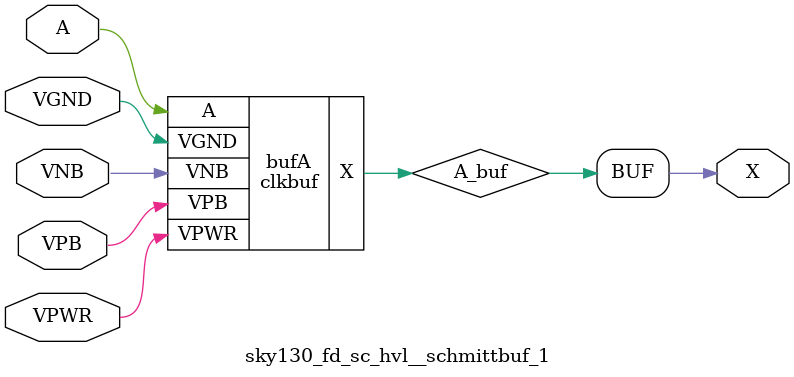
<source format=sv>

module sky130_ef_io__gpiov2_pad_wrapped (IN_H, PAD_A_NOESD_H,PAD_A_ESD_0_H,PAD_A_ESD_1_H,
                                 PAD, DM, HLD_H_N, IN, INP_DIS, IB_MODE_SEL, ENABLE_H, ENABLE_VDDA_H, ENABLE_INP_H, OE_N,
                                 TIE_HI_ESD, TIE_LO_ESD, SLOW, VTRIP_SEL, HLD_OVR, ANALOG_EN, ANALOG_SEL, ENABLE_VDDIO, ENABLE_VSWITCH_H,
                                 ANALOG_POL, OUT, AMUXBUS_A, AMUXBUS_B
                                 ,VSSA, VDDA, VSWITCH, VDDIO_Q, VCCHIB, VDDIO, VCCD, VSSIO,
                                 VSSD, VSSIO_Q
                                );
input OUT;
input OE_N;
input HLD_H_N;
input ENABLE_H;
input ENABLE_INP_H;
input ENABLE_VDDA_H;
input ENABLE_VSWITCH_H;
input ENABLE_VDDIO;
input INP_DIS;
input IB_MODE_SEL;
input VTRIP_SEL;
input SLOW;
input HLD_OVR;
input ANALOG_EN;
input ANALOG_SEL;
input ANALOG_POL;
input [2:0] DM;
inout VDDIO;
input VDDIO_Q;
inout VDDA;
inout VCCD;
inout VSWITCH;
inout VCCHIB;
inout VSSA;
inout VSSD;
input VSSIO_Q;
inout VSSIO;
inout PAD;
inout PAD_A_NOESD_H,PAD_A_ESD_0_H,PAD_A_ESD_1_H;
input AMUXBUS_A;
input AMUXBUS_B;
output IN;
output IN_H;
output TIE_HI_ESD, TIE_LO_ESD;

// V-erilator support only 2-state so it can't support pullup or pulldown as it Z and x doesn't exists
wire is_pullup = (DM == 3'b010) & ~INP_DIS & ~OE_N & `ifndef VERILATOR (PAD === 1'bz) `else 0 `endif;
wire is_pulldown = (DM == 3'b011) & ~INP_DIS & ~OE_N & `ifndef VERILATOR (PAD === 1'bz) `else 0 `endif;
wire is_pull_dm =  (DM == 3'b010) | (DM == 3'b011);

// Assign PAD value to IN when INP_DIS is not active
assign IN = (is_pullup) ? 1'b1 : (is_pulldown) ? 1'b0 : (~INP_DIS) ? PAD : 1'b0;
assign PAD = (~OE_N & ~is_pull_dm ) ? OUT : 1'bz;
endmodule




module sky130_fd_io__top_xres4v2 ( TIE_WEAK_HI_H,  XRES_H_N, TIE_HI_ESD, TIE_LO_ESD,
                                   AMUXBUS_A, AMUXBUS_B, PAD, PAD_A_ESD_H, ENABLE_H, EN_VDDIO_SIG_H, INP_SEL_H, FILT_IN_H,
                                   DISABLE_PULLUP_H, PULLUP_H, ENABLE_VDDIO
                                   ,VCCD, VCCHIB, VDDA, VDDIO,VDDIO_Q, VSSA, VSSD, VSSIO, VSSIO_Q, VSWITCH
                                 );
output XRES_H_N;
inout AMUXBUS_A;
inout AMUXBUS_B;
input PAD;
input DISABLE_PULLUP_H;
input ENABLE_H;
input EN_VDDIO_SIG_H;
input INP_SEL_H;
input FILT_IN_H;
inout PULLUP_H;
input ENABLE_VDDIO;
input VCCD;
input VCCHIB;
input VDDA;
input VDDIO;
input VDDIO_Q;
input VSSA;
input VSSD;
input VSSIO;
input VSSIO_Q;
input VSWITCH;
inout PAD_A_ESD_H;
output TIE_HI_ESD;
output TIE_LO_ESD;
inout TIE_WEAK_HI_H;
assign XRES_H_N = PAD;
endmodule

module clkbuf (
    X   ,
    A   ,
    VPWR,
    VGND,
    VPB ,
    VNB
);

    output X   ;
    input  A   ;
    input  VPWR;
    input  VGND;
    input  VPB ;
    input  VNB ;
    assign X = (VPWR & VPB & ~VGND & ~VNB) ? A: 1'bx;

endmodule

module sky130_fd_sc_hd__clkbuf_1 (
    X   ,
    A   ,
    VPWR,
    VGND,
    VPB ,
    VNB
);

    output X   ;
    input  A   ;
    input  VPWR;
    input  VGND;
    input  VPB ;
    input  VNB ;
    clkbuf buf0(X,A,VPWR,VGND,VPB,VNB);
endmodule

module sky130_fd_sc_hd__clkbuf_2 (
    X   ,
    A   ,
    VPWR,
    VGND,
    VPB ,
    VNB
);

    output X   ;
    input  A   ;
    input  VPWR;
    input  VGND;
    input  VPB ;
    input  VNB ;
    clkbuf buf0(X,A,VPWR,VGND,VPB,VNB);
endmodule

module sky130_fd_sc_hd__clkbuf_8 (
    X   ,
    A   ,
    VPWR,
    VGND,
    VPB ,
    VNB
);

    output X   ;
    input  A   ;
    input  VPWR;
    input  VGND;
    input  VPB ;
    input  VNB ;
    clkbuf buf0(X,A,VPWR,VGND,VPB,VNB);
endmodule

module sky130_fd_sc_hd__clkbuf_16 (
    X   ,
    A   ,
    VPWR,
    VGND,
    VPB ,
    VNB
);

    output X   ;
    input  A   ;
    input  VPWR;
    input  VGND;
    input  VPB ;
    input  VNB ;
    clkbuf buf0(X,A,VPWR,VGND,VPB,VNB);
endmodule

module sky130_fd_sc_hd__buf_8 (
    X   ,
    A   ,
    VPWR,
    VGND,
    VPB ,
    VNB
);

    output X   ;
    input  A   ;
    input  VPWR;
    input  VGND;
    input  VPB ;
    input  VNB ;
    clkbuf buf0(X,A,VPWR,VGND,VPB,VNB);
endmodule

module sky130_fd_sc_hd__buf_16 (
    X   ,
    A   ,
    VPWR,
    VGND,
    VPB ,
    VNB
);

    output X   ;
    input  A   ;
    input  VPWR;
    input  VGND;
    input  VPB ;
    input  VNB ;
    clkbuf buf0(X,A,VPWR,VGND,VPB,VNB);
endmodule
module sky130_fd_sc_hd__einvp_1 (
    Z   ,
    A   ,
    TE  ,
    VPWR,
    VGND,
    VPB ,
    VNB
);

    output Z   ;
    input  A   ;
    input  TE  ;
    input  VPWR;
    input  VGND;
    input  VPB ;
    input  VNB ;
    
    wire A_buf;
    wire TE_buf;
    clkbuf bufA(A_buf,A,VPWR,VGND,VPB,VNB);
    clkbuf bufTE(TE_buf,TE_buf,VPWR,VGND,VPB,VNB);

    assign Z = (TE_buf) ? ~A_buf : 1'bz;
endmodule

module sky130_fd_sc_hd__einvp_2 (
    Z   ,
    A   ,
    TE  ,
    VPWR,
    VGND,
    VPB ,
    VNB
);

    output Z   ;
    input  A   ;
    input  TE  ;
    input  VPWR;
    input  VGND;
    input  VPB ;
    input  VNB ;
    
    wire A_buf;
    wire TE_buf;
    clkbuf bufA(A_buf,A,VPWR,VGND,VPB,VNB);
    clkbuf bufTE(TE_buf,TE_buf,VPWR,VGND,VPB,VNB);

    assign Z = (TE_buf) ? ~A_buf : 1'bz;
endmodule

module sky130_fd_sc_hd__einvn_4 (
    Z   ,
    A   ,
    TE_B,
    VPWR,
    VGND,
    VPB ,
    VNB
);

    output Z   ;
    input  A   ;
    input  TE_B;
    input  VPWR;
    input  VGND;
    input  VPB ;
    input  VNB ;
    wire A_buf;
    wire TE_buf;
    clkbuf bufA(A_buf,A,VPWR,VGND,VPB,VNB);
    clkbuf bufTE(TE_buf,TE_B,VPWR,VGND,VPB,VNB);
    assign Z = (~TE_buf) ? ~A_buf : 1'bz;
endmodule

module sky130_fd_sc_hd__einvn_8 (
    Z   ,
    A   ,
    TE_B,
    VPWR,
    VGND,
    VPB ,
    VNB
);

    output Z   ;
    input  A   ;
    input  TE_B;
    input  VPWR;
    input  VGND;
    input  VPB ;
    input  VNB ;
    wire A_buf;
    wire TE_buf;
    clkbuf bufA(A_buf,A,VPWR,VGND,VPB,VNB);
    clkbuf bufTE(TE_buf,TE_B,VPWR,VGND,VPB,VNB);
    assign Z = (~TE_buf) ? ~A_buf : 1'bz;
endmodule

module sky130_fd_sc_hd__inv_2 (
    Y   ,
    A   ,
    VPWR,
    VGND,
    VPB ,
    VNB
);

    output Y   ;
    input  A   ;
    input  VPWR;
    input  VGND;
    input  VPB ;
    input  VNB ;
    wire A_buf;
    clkbuf bufA(A_buf,A,VPWR,VGND,VPB,VNB);
    assign Y = ~A_buf;

endmodule

module sky130_fd_sc_hd__inv_8 (
    Y   ,
    A   ,
    VPWR,
    VGND,
    VPB ,
    VNB
);

    output Y   ;
    input  A   ;
    input  VPWR;
    input  VGND;
    input  VPB ;
    input  VNB ;
    wire A_buf;
    clkbuf bufA(A_buf,A,VPWR,VGND,VPB,VNB);
    assign Y = ~A_buf;

endmodule

module sky130_fd_sc_hd__clkinv_1 (
    Y   ,
    A   ,
    VPWR,
    VGND,
    VPB ,
    VNB
);
    output Y   ;
    input  A   ;
    input  VPWR;
    input  VGND;
    input  VPB ;
    input  VNB ;

    wire A_buf;
    clkbuf bufA(A_buf,A,VPWR,VGND,VPB,VNB);
    assign Y = ~A_buf;

endmodule

module sky130_fd_sc_hd__or2_2 (
    X   ,
    A   ,
    B   ,
    VPWR,
    VGND,
    VPB ,
    VNB
);

    output X   ;
    input  A   ;
    input  B   ;
    input  VPWR;
    input  VGND;
    input  VPB ;
    input  VNB ;
    
    wire A_buf;
    wire B_buf;
    clkbuf bufA(A_buf,A,VPWR,VGND,VPB,VNB);
    clkbuf bufB(B_buf,B,VPWR,VGND,VPB,VNB);
    assign X = (A_buf) | (B_buf);
endmodule

module sky130_fd_sc_hd__nor2_2 (
    Y   ,
    A   ,
    B   ,
    VPWR,
    VGND,
    VPB ,
    VNB
);

    output Y   ;
    input  A   ;
    input  B   ;
    input  VPWR;
    input  VGND;
    input  VPB ;
    input  VNB ;
    
    wire A_buf;
    wire B_buf;
    clkbuf bufA(A_buf,A,VPWR,VGND,VPB,VNB);
    clkbuf bufB(B_buf,B,VPWR,VGND,VPB,VNB);
    assign Y = ~((A_buf) | (B_buf));
endmodule

module sky130_fd_sc_hd__nand2_4 (
    Y   ,
    A   ,
    B   ,
    VPWR,
    VGND,
    VPB ,
    VNB
);

    output Y   ;
    input  A   ;
    input  B   ;
    input  VPWR;
    input  VGND;
    input  VPB ;
    input  VNB ;
    wire A_buf;
    wire B_buf;
    clkbuf bufA(A_buf,A,VPWR,VGND,VPB,VNB);
    clkbuf bufB(B_buf,B,VPWR,VGND,VPB,VNB);
    assign Y = ~(A_buf & B_buf);
endmodule

module sky130_fd_sc_hd__nand2_2 (
    Y   ,
    A   ,
    B   ,
    VPWR,
    VGND,
    VPB ,
    VNB
);

    output Y   ;
    input  A   ;
    input  B   ;
    input  VPWR;
    input  VGND;
    input  VPB ;
    input  VNB ;
    wire A_buf;
    wire B_buf;
    clkbuf bufA(A_buf,A,VPWR,VGND,VPB,VNB);
    clkbuf bufB(B_buf,B,VPWR,VGND,VPB,VNB);
    assign Y = ~(A_buf & B_buf);
endmodule

module sky130_fd_sc_hd__conb_1 (
    HI  ,
    LO  ,
    VPWR,
    VGND,
    VPB ,
    VNB
);

    output HI  ;
    output LO  ;
    input  VPWR;
    input  VGND;
    input  VPB ;
    input  VNB ;
    
    wire HI_buff;
    wire LO_buff;
    clkbuf bufHI(HI_buff,1,VPWR,VGND,VPB,VNB);
    clkbuf bufLO(LO_buff,0,VPWR,VGND,VPB,VNB);
    assign HI = HI_buff;
    assign LO = LO_buff;

endmodule
module sky130_fd_sc_hvl__conb_1 (
    HI  ,
    LO  ,
    VPWR,
    VGND,
    VPB ,
    VNB
);

    output HI  ;
    output LO  ;
    input  VPWR;
    input  VGND;
    input  VPB ;
    input  VNB ;
    wire HI_buff;
    wire LO_buff;
    clkbuf bufHI(HI_buff,1,VPWR,VGND,VPB,VNB);
    clkbuf bufLO(LO_buff,0,VPWR,VGND,VPB,VNB);
    assign HI = HI_buff;
    assign LO = LO_buff;

endmodule

module sky130_fd_sc_hvl__lsbufhv2lv_1 (
    X    ,
    A    ,
    VPWR ,
    VGND ,
    LVPWR,
    VPB  ,
    VNB
);

    output X    ;
    input  A    ;
    input  VPWR ;
    input  VGND ;
    input  LVPWR;
    input  VPB  ;
    input  VNB  ;
    wire A_buf;
    wire A_buf2;
    clkbuf bufA(A_buf,A,VPWR,VGND,VPB,VNB);
    clkbuf bufA2(A_buf2,A_buf,LVPWR,VGND,VPB,VNB);
    assign X = A_buf2;

endmodule

module sky130_ef_io__vddio_hvc_clamped_pad (AMUXBUS_A, AMUXBUS_B,
	VSSA, VDDA, VSWITCH, VDDIO_Q, VCCHIB, VDDIO, VDDIO_PAD, VCCD,
	VSSIO, VSSD, VSSIO_Q
);
    inout AMUXBUS_A;
    inout AMUXBUS_B;

    output VDDIO;
    inout VDDIO_PAD;
    output VDDIO_Q;	
    inout VDDA;
    inout VCCD;
    inout VSWITCH;
    inout VCCHIB;
    inout VSSA;
    inout VSSD;
    inout VSSIO_Q;
    inout VSSIO;
    assign VDDIO = VDDIO_PAD;
    assign VDDIO_Q = VDDIO;
endmodule


module sky130_ef_io__vdda_hvc_clamped_pad (AMUXBUS_A, AMUXBUS_B,
	VSSA, VDDA, VDDA_PAD, VSWITCH, VDDIO_Q, VCCHIB, VDDIO, VCCD,
	VSSIO, VSSD, VSSIO_Q
);
    inout AMUXBUS_A;
    inout AMUXBUS_B;

    inout VDDIO;	
    inout VDDIO_Q;	
    output VDDA;
    inout VDDA_PAD;
    inout VCCD;
    inout VSWITCH;
    inout VCCHIB;
    inout VSSA;
    inout VSSD;
    inout VSSIO_Q;
    inout VSSIO;

    assign VDDA = VDDA_PAD;
endmodule


module sky130_ef_io__vccd_lvc_clamped_pad (AMUXBUS_A, AMUXBUS_B,
	VSSA, VDDA, VSWITCH, VDDIO_Q, VCCHIB, VDDIO, VCCD, VCCD_PAD,
	VSSIO, VSSD, VSSIO_Q
);
    inout AMUXBUS_A;
    inout AMUXBUS_B;

    inout VDDIO;	
    inout VDDIO_Q;	
    inout VDDA;
    output VCCD;
    input VCCD_PAD;
    inout VSWITCH;
    inout VCCHIB;
    inout VSSA;
    inout VSSD;
    inout VSSIO_Q;
    inout VSSIO;

    assign VCCD = VCCD_PAD;
endmodule


module sky130_ef_io__vssio_hvc_clamped_pad (AMUXBUS_A, AMUXBUS_B,
	VSSA, VDDA, VSWITCH, VDDIO_Q, VCCHIB, VDDIO, VCCD,
	VSSIO, VSSIO_PAD, VSSD, VSSIO_Q
);
    inout AMUXBUS_A;
    inout AMUXBUS_B;

    inout VDDIO;	
    inout VDDIO_Q;	
    inout VDDA;
    inout VCCD;
    inout VSWITCH;
    inout VCCHIB;
    inout VSSA;
    inout VSSD;
    output VSSIO_Q;
    output VSSIO;
    inout VSSIO_PAD;

    assign VSSIO = VSSIO_PAD;
    assign VSSIO_Q = VSSIO;
endmodule


module sky130_ef_io__vssa_hvc_clamped_pad (AMUXBUS_A, AMUXBUS_B,
	VSSA, VSSA_PAD, VDDA, VSWITCH, VDDIO_Q, VCCHIB, VDDIO, VCCD,
	VSSIO, VSSD, VSSIO_Q
);
    inout AMUXBUS_A;
    inout AMUXBUS_B;

    inout VDDIO;	
    inout VDDIO_Q;	
    inout VDDA;
    inout VCCD;
    inout VSWITCH;
    inout VCCHIB;
    output VSSA;
    inout VSSA_PAD;
    inout VSSD;
    inout VSSIO_Q;
    inout VSSIO;

    assign VSSA = VSSA_PAD;
endmodule


module sky130_ef_io__vssd_lvc_clamped_pad (AMUXBUS_A, AMUXBUS_B,
	VSSA, VDDA, VSWITCH, VDDIO_Q, VCCHIB, VDDIO, VCCD,
	VSSIO, VSSD, VSSD_PAD, VSSIO_Q
);
    inout AMUXBUS_A;
    inout AMUXBUS_B;

    inout VDDIO;	
    inout VDDIO_Q;	
    inout VDDA;
    inout VCCD;
    inout VSWITCH;
    inout VCCHIB;
    inout VSSA;
    output VSSD;
    inout VSSD_PAD;
    inout VSSIO_Q;
    inout VSSIO;

    assign VSSD = VSSD_PAD;

endmodule


module sky130_ef_io__vccd_lvc_clamped3_pad (AMUXBUS_A, AMUXBUS_B,
	VSSA, VDDA, VSWITCH, VDDIO_Q, VCCHIB, VDDIO, VCCD, VCCD_PAD,
	VSSIO, VSSD, VSSIO_Q, VCCD1, VSSD1
);
    inout AMUXBUS_A;
    inout AMUXBUS_B;

    inout VDDIO;	
    inout VDDIO_Q;	
    inout VDDA;
    inout VCCD;
    inout VCCD_PAD;
    inout VSWITCH;
    inout VCCHIB;
    inout VSSA;
    inout VSSD;
    inout VSSIO_Q;
    inout VSSIO;
    output VCCD1;
    inout VSSD1;
    assign VCCD1 = VCCD_PAD;

endmodule


module sky130_ef_io__vssd_lvc_clamped3_pad (AMUXBUS_A, AMUXBUS_B,
	VSSA, VDDA, VSWITCH, VDDIO_Q, VCCHIB, VDDIO, VCCD,
	VSSIO, VSSD, VSSD_PAD, VSSIO_Q, VCCD1, VSSD1
);
    inout AMUXBUS_A;
    inout AMUXBUS_B;

    inout VDDIO;	
    inout VDDIO_Q;	
    inout VDDA;
    inout VCCD;
    inout VSWITCH;
    inout VCCHIB;
    inout VSSA;
    inout VSSD;
    inout VSSD_PAD;
    inout VSSIO_Q;
    inout VSSIO;
    inout VCCD1;
    output VSSD1;

    assign VSSD1 = VSSD_PAD;
endmodule

module sky130_ef_io__corner_pad (AMUXBUS_A, AMUXBUS_B, 
	VSSA, VDDA, VSWITCH, VDDIO_Q, VCCHIB, VDDIO, VCCD,
	VSSIO, VSSD, VSSIO_Q
);
  inout AMUXBUS_A;
  inout AMUXBUS_B;

  inout VDDIO;	
  inout VDDIO_Q;	
  inout VDDA;
  inout VCCD;
  inout VSWITCH;
  inout VCCHIB;
  inout VSSA;
  inout VSSD;
  inout VSSIO_Q;
  inout VSSIO;

endmodule

module sky130_fd_sc_hd__macro_sparecell (
    LO  ,
    VGND,
    VNB ,
    VPB ,
    VPWR
);

    // Module ports
    output LO  ;
    input  VGND;
    input  VNB ;
    input  VPB ;
    input  VPWR;
    // spare cells can be empty for simulation
endmodule

module sky130_fd_sc_hd__mux2_2 (
    X   ,
    A0  ,
    A1  ,
    S   ,
    VPWR,
    VGND,
    VPB ,
    VNB
);

    output X   ;
    input  A0  ;
    input  A1  ;
    input  S   ;
    input  VPWR;
    input  VGND;
    input  VPB ;
    input  VNB ;
    wire A0_buf;
    wire A1_buf; 
    wire S_buf;
    clkbuf bufA0(A0_buf,A0,VPWR,VGND,VPB,VNB);
    clkbuf bufA1(A1_buf,A1,VPWR,VGND,VPB,VNB);
    clkbuf bufS(S_buf,S,VPWR,VGND,VPB,VNB);
    assign X = S_buf ? A1:A0;

endmodule

module sky130_fd_sc_hd__dfbbp_1 (
    Q      ,
    Q_N    ,
    D      ,
    CLK    ,
    SET_B  ,
    RESET_B,
    VPWR   ,
    VGND   ,
    VPB    ,
    VNB
);

    output Q      ;
    output Q_N    ;
    input  D      ;
    input  CLK    ;
    input  SET_B  ;
    input  RESET_B;
    input  VPWR   ;
    input  VGND   ;
    input  VPB    ;
    input  VNB    ;
    reg out_buff; 
    always @(posedge CLK, negedge SET_B or negedge RESET_B) begin
        if (~SET_B)        // Set input has higher priority
            out_buff <= 1'b1;
        else if (~RESET_B)   // Reset input
            out_buff <= 1'b0;
        else           // Data input
            out_buff <= D;
    end
    clkbuf bufQ(Q,out_buff,VPWR,VGND,VPB,VNB);
    clkbuf bufQ_N(Q_N,~out_buff,VPWR,VGND,VPB,VNB);


endmodule

module sky130_fd_sc_hd__tapvpwrvgnd_1 (
    VPWR,
    VGND,
    VPB ,
    VNB
);

    input VPWR;
    input VGND;
    input VPB ;
    input VNB ;

endmodule

module sky130_fd_sc_hd__diode_2 (
    DIODE,
    VPWR ,
    VGND ,
    VPB  ,
    VNB
);

    input DIODE;
    input VPWR ;
    input VGND ;
    input VPB  ;
    input VNB  ;

endmodule

module sky130_ef_sc_hd__decap_12 (
    VPWR,
    VGND,
    VPB ,
    VNB
);

    input VPWR;
    input VGND;
    input VPB ;
    input VNB ;

endmodule

module sky130_fd_sc_hvl__schmittbuf_1 (
    X   ,
    A   ,
    VPWR,
    VGND,
    VPB ,
    VNB
);

    output X   ;
    input  A   ;
    input  VPWR;
    input  VGND;
    input  VPB ;
    input  VNB ;
    wire A_buf;
    clkbuf bufA(A_buf,A,VPWR,VGND,VPB,VNB);
    assign X = A_buf;

endmodule
</source>
